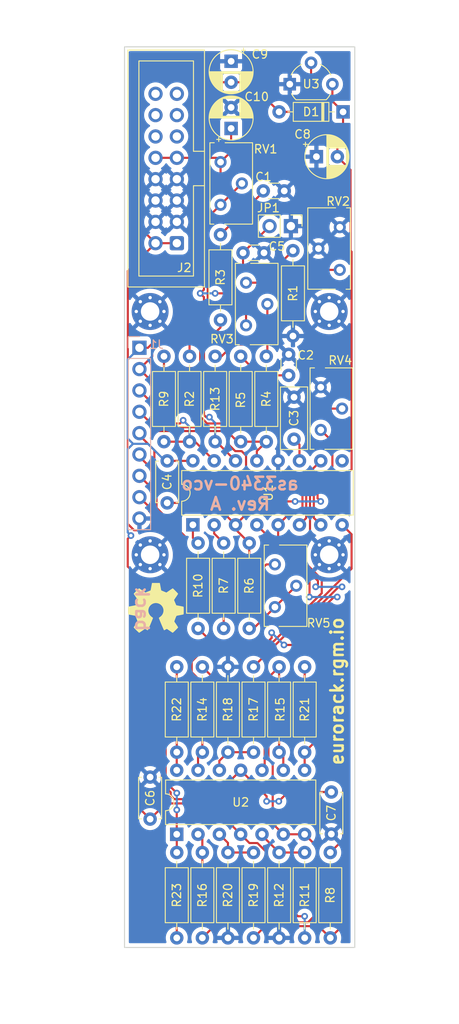
<source format=kicad_pcb>
(kicad_pcb (version 20211014) (generator pcbnew)
  (title_block (title "as3340-vco back") (date "2022-11-20") (rev "A"))
  (layers (0 "F.Cu" signal) (31 "B.Cu" signal) (34 "B.Paste" user) (35 "F.Paste" user) (36 "B.SilkS" user "B.Silkscreen") (37 "F.SilkS" user "F.Silkscreen") (38 "B.Mask" user) (39 "F.Mask" user) (44 "Edge.Cuts" user))
  (net 0 "")
  (net 1 "Net-(C3-Pad1)")
  (net 2 "GND")
  (net 3 "+12V")
  (net 4 "-5V")
  (net 5 "VS")
  (net 6 "-12V")
  (net 7 "VHSI")
  (net 8 "VLFI")
  (net 9 "VFCI")
  (net 10 "VPWM")
  (net 11 "Net-(R14-Pad1)")
  (net 12 "SCALE2")
  (net 13 "VP")
  (net 14 "Net-(R17-Pad2)")
  (net 15 "SCALE1")
  (net 16 "Net-(R19-Pad2)")
  (net 17 "VREF")
  (net 18 "VSO")
  (net 19 "VHFT")
  (net 21 "VTO")
  (net 22 "OUT_TRIANGLE")
  (net 23 "OUT_SAWTOOTH")
  (net 24 "OUT_PULSE")
  (net 25 "Net-(C1-Pad1)")
  (net 26 "Net-(C2-Pad1)")
  (net 33 "Net-(R1-Pad1)")
  (net 34 "Net-(R2-Pad1)")
  (net 35 "Net-(R4-Pad1)")
  (net 36 "Net-(R6-Pad1)")
  (net 37 "Net-(R9-Pad2)")
  (net 38 "Net-(R10-Pad2)")
  (net 39 "Net-(R11-Pad2)")
  (net 40 "Net-(R13-Pad2)")
  (net 41 "Net-(R15-Pad1)")
  (net 42 "Net-(R16-Pad1)")
  (footprint "Resistor_THT:R_Axial_DIN0207_L6.3mm_D2.5mm_P10.16mm_Horizontal" (layer "F.Cu") (at 143.6266 102.108 -90)
    (fp_text reference "R7")
    (fp_text value "5k6")
  )
  (footprint "eurorack:Potentiometer_Vishay_M64Y_Horizontal" (layer "F.Cu") (at 149.733 104.648)
    (fp_text reference "RV5")
    (fp_text value "5k")
  )
  (footprint "Resistor_THT:R_Axial_DIN0207_L6.3mm_D2.5mm_P10.16mm_Horizontal" (layer "F.Cu") (at 153.2786 149.098 90)
    (fp_text reference "R11")
    (fp_text value "47k")
  )
  (footprint "Resistor_THT:R_Axial_DIN0207_L6.3mm_D2.5mm_P10.16mm_Horizontal" (layer "F.Cu") (at 150.2306 138.938 -90)
    (fp_text reference "R12")
    (fp_text value "18k")
  )
  (footprint "Resistor_THT:R_Axial_DIN0207_L6.3mm_D2.5mm_P10.16mm_Horizontal" (layer "F.Cu") (at 141.0866 127 90)
    (fp_text reference "R14")
    (fp_text value "100k")
  )
  (footprint "eurorack:IDC-Header_2x08_P2.54mm_Vertical" (layer "F.Cu") (at 138.049 66.421 180)
    (fp_text reference "J2")
    (fp_text value "Eurorack PSU")
  )
  (footprint "eurorack:Potentiometer_Vishay_M64Y_Horizontal" (layer "F.Cu") (at 146.2936 71.12)
    (fp_text reference "RV3")
    (fp_text value "10k")
  )
  (footprint "Resistor_THT:R_Axial_DIN0207_L6.3mm_D2.5mm_P10.16mm_Horizontal" (layer "F.Cu") (at 146.6746 112.268 90)
    (fp_text reference "R6")
    (fp_text value "5k6")
  )
  (footprint "Resistor_THT:R_Axial_DIN0207_L6.3mm_D2.5mm_P10.16mm_Horizontal" (layer "F.Cu") (at 147.1826 149.098 90)
    (fp_text reference "R19")
    (fp_text value "120k")
  )
  (footprint "Connector_PinHeader_2.54mm:PinHeader_1x02_P2.54mm_Vertical" (layer "F.Cu") (at 151.6326 64.389 -90)
    (fp_text reference "JP1")
    (fp_text value "Jumper")
  )
  (footprint "Resistor_THT:R_Axial_DIN0207_L6.3mm_D2.5mm_P10.16mm_Horizontal" (layer "F.Cu") (at 145.6586 90.043 90)
    (fp_text reference "R5")
    (fp_text value "470R")
  )
  (footprint "MountingHole:MountingHole_2.2mm_M2_Pad_Via" (layer "F.Cu") (at 134.8636 74.549)
    (fp_text reference "H1" hide)
    (fp_text value "MountingHole_Pad")
  )
  (footprint "Capacitor_THT:C_Disc_D3.0mm_W1.6mm_P2.50mm" (layer "F.Cu") (at 151.3736 82.149 90)
    (fp_text reference "C2")
    (fp_text value "10n")
  )
  (footprint "Resistor_THT:R_Axial_DIN0207_L6.3mm_D2.5mm_P10.16mm_Horizontal" (layer "F.Cu") (at 143.2456 75.565 90)
    (fp_text reference "R3")
    (fp_text value "470R")
  )
  (footprint "Package_DIP:DIP-14_W7.62mm" (layer "F.Cu") (at 138.0336 136.769 90)
    (fp_text reference "U2")
    (fp_text value "TL074")
  )
  (footprint "MountingHole:MountingHole_2.2mm_M2_Pad_Via" (layer "F.Cu") (at 134.8636 103.505)
    (fp_text reference "H3" hide)
    (fp_text value "MountingHole_Pad")
  )
  (footprint "Resistor_THT:R_Axial_DIN0207_L6.3mm_D2.5mm_P10.16mm_Horizontal" (layer "F.Cu") (at 141.0866 138.938 -90)
    (fp_text reference "R16")
    (fp_text value "100k")
  )
  (footprint "Package_TO_SOT_THT:TO-92_Wide" (layer "F.Cu") (at 151.5006 47.498)
    (fp_text reference "U3")
    (fp_text value "L79L05_TO92")
  )
  (footprint "Resistor_THT:R_Axial_DIN0207_L6.3mm_D2.5mm_P10.16mm_Horizontal" (layer "F.Cu") (at 150.2306 127 90)
    (fp_text reference "R15")
    (fp_text value "100k")
  )
  (footprint "Package_DIP:DIP-16_W7.62mm" (layer "F.Cu") (at 139.9586 99.939 90)
    (fp_text reference "U1")
    (fp_text value "AS3340")
  )
  (footprint "Capacitor_THT:CP_Radial_D5.0mm_P2.50mm" (layer "F.Cu") (at 144.5156 44.768888 -90)
    (fp_text reference "C9")
    (fp_text value "10u")
  )
  (footprint "Resistor_THT:R_Axial_DIN0207_L6.3mm_D2.5mm_P10.16mm_Horizontal" (layer "F.Cu") (at 138.0386 138.938 -90)
    (fp_text reference "R23")
    (fp_text value "150k")
  )
  (footprint "Resistor_THT:R_Axial_DIN0207_L6.3mm_D2.5mm_P10.16mm_Horizontal" (layer "F.Cu") (at 140.5786 102.108 -90)
    (fp_text reference "R10")
    (fp_text value "18k")
  )
  (footprint "Resistor_THT:R_Axial_DIN0207_L6.3mm_D2.5mm_P10.16mm_Horizontal" (layer "F.Cu") (at 148.7066 79.883 -90)
    (fp_text reference "R4")
    (fp_text value "1M")
  )
  (footprint "Resistor_THT:R_Axial_DIN0207_L6.3mm_D2.5mm_P10.16mm_Horizontal" (layer "F.Cu") (at 144.1346 127 90)
    (fp_text reference "R18")
    (fp_text value "100k")
  )
  (footprint "MountingHole:MountingHole_2.2mm_M2_Pad_Via" (layer "F.Cu") (at 156.1996 74.549)
    (fp_text reference "H2" hide)
    (fp_text value "MountingHole_Pad")
  )
  (footprint "Resistor_THT:R_Axial_DIN0207_L6.3mm_D2.5mm_P10.16mm_Horizontal" (layer "F.Cu") (at 138.0386 127 90)
    (fp_text reference "R22")
    (fp_text value "150k")
  )
  (footprint "Resistor_THT:R_Axial_DIN0207_L6.3mm_D2.5mm_P10.16mm_Horizontal" (layer "F.Cu") (at 144.1346 138.938 -90)
    (fp_text reference "R20")
    (fp_text value "68k")
  )
  (footprint "Resistor_THT:R_Axial_DIN0207_L6.3mm_D2.5mm_P10.16mm_Horizontal" (layer "F.Cu") (at 153.2786 127 90)
    (fp_text reference "R21")
    (fp_text value "150k")
  )
  (footprint "Resistor_THT:R_Axial_DIN0207_L6.3mm_D2.5mm_P10.16mm_Horizontal" (layer "F.Cu") (at 139.5626 79.883 -90)
    (fp_text reference "R2")
    (fp_text value "220k")
  )
  (footprint "Resistor_THT:R_Axial_DIN0207_L6.3mm_D2.5mm_P10.16mm_Horizontal" (layer "F.Cu") (at 147.1826 116.84 -90)
    (fp_text reference "R17")
    (fp_text value "100k")
  )
  (footprint "Capacitor_THT:C_Disc_D4.7mm_W2.5mm_P5.00mm" (layer "F.Cu") (at 134.8636 134.961 90)
    (fp_text reference "C6")
    (fp_text value "100n")
  )
  (footprint "Capacitor_THT:C_Disc_D3.0mm_W1.6mm_P2.50mm" (layer "F.Cu") (at 145.9326 67.564)
    (fp_text reference "C5")
    (fp_text value "560p")
  )
  (footprint "Capacitor_THT:CP_Radial_D5.0mm_P2.50mm" (layer "F.Cu") (at 154.6756 56.126)
    (fp_text reference "C8")
    (fp_text value "10u")
  )
  (footprint "Resistor_THT:R_Axial_DIN0207_L6.3mm_D2.5mm_P10.16mm_Horizontal" (layer "F.Cu") (at 156.3266 149.098 90)
    (fp_text reference "R8")
    (fp_text value "10M")
  )
  (footprint "eurorack:Potentiometer_Vishay_M64Y_Horizontal" (layer "F.Cu") (at 143.256 56.769)
    (fp_text reference "RV1")
    (fp_text value "100k")
  )
  (footprint "eurorack:Potentiometer_Vishay_M64Y_Horizontal" (layer "F.Cu") (at 155.194 83.566)
    (fp_text reference "RV4")
    (fp_text value "10k")
  )
  (footprint "Capacitor_THT:C_Disc_D3.0mm_W1.6mm_P2.50mm" (layer "F.Cu") (at 148.3456 60.198)
    (fp_text reference "C1")
    (fp_text value "10n")
  )
  (footprint "Resistor_THT:R_Axial_DIN0207_L6.3mm_D2.5mm_P10.16mm_Horizontal" (layer "F.Cu") (at 151.8816 67.31 -90)
    (fp_text reference "R1")
    (fp_text value "22k")
  )
  (footprint "Capacitor_THT:C_Rect_L7.2mm_W3.0mm_P5.00mm_FKS2_FKP2_MKS2_MKP2" (layer "F.Cu") (at 152.0086 89.749 90)
    (fp_text reference "C3")
    (fp_text value "1n")
  )
  (footprint "MountingHole:MountingHole_2.2mm_M2_Pad_Via" (layer "F.Cu") (at 156.1996 103.505)
    (fp_text reference "H4" hide)
    (fp_text value "MountingHole_Pad")
  )
  (footprint "Symbol:OSHW-Symbol_6.7x6mm_SilkScreen" (layer "F.Cu") (at 135.5456 109.834208)
    (fp_text reference "REF**" hide)
    (fp_text value "OSHW-Symbol_6.7x6mm_SilkScreen" hide)
  )
  (footprint "Capacitor_THT:C_Disc_D4.7mm_W2.5mm_P5.00mm" (layer "F.Cu") (at 136.8956 92.329 -90)
    (fp_text reference "C4")
    (fp_text value "100n")
  )
  (footprint "Capacitor_THT:CP_Radial_D5.0mm_P2.50mm" (layer "F.Cu") (at 144.5156 52.767113 90)
    (fp_text reference "C10")
    (fp_text value "10u")
  )
  (footprint "Resistor_THT:R_Axial_DIN0207_L6.3mm_D2.5mm_P10.16mm_Horizontal" (layer "F.Cu") (at 142.6106 90.043 90)
    (fp_text reference "R13")
    (fp_text value "1k62")
  )
  (footprint "Resistor_THT:R_Axial_DIN0207_L6.3mm_D2.5mm_P10.16mm_Horizontal" (layer "F.Cu") (at 136.5146 90.043 90)
    (fp_text reference "R9")
    (fp_text value "470k")
  )
  (footprint "Diode_THT:D_DO-35_SOD27_P7.62mm_Horizontal" (layer "F.Cu") (at 157.8506 50.792 180)
    (fp_text reference "D1")
    (fp_text value "1N4148")
  )
  (footprint "eurorack:Eurorack_PCB_6HP" (layer "F.Cu") (at 145.5316 96.647)
    (fp_text reference "REF**" hide)
    (fp_text value "Eurorack_PCB_6HP" hide)
    (fp_rect (start 13.716 53.594) (end -13.716 -53.594) (layer "Edge.Cuts") (width 0.12) (fill none))
  )
  (footprint "Capacitor_THT:C_Disc_D4.7mm_W2.5mm_P5.00mm" (layer "F.Cu") (at 156.4536 136.739 90)
    (fp_text reference "C7")
    (fp_text value "100n")
  )
  (footprint "eurorack:Potentiometer_Vishay_M64Y_Horizontal" (layer "F.Cu") (at 157.4592 69.596 180)
    (fp_text reference "RV2")
    (fp_text value "500R")
  )
  (footprint "Connector_PinSocket_2.54mm:PinSocket_1x09_P2.54mm_Vertical" (layer "B.Cu") (at 133.5936 78.867 180)
    (fp_text reference "J1")
    (fp_text value "Pin Socket 1x9")
  )
  (gr_text "as3340-vco\nRev. A" (at 145.5786 96.245208) (layer "B.SilkS") (effects (font (size 1.5 1.5) (thickness 0.3)) (justify mirror)))
  (gr_text "back" (at 133.8946 109.961208 -90) (layer "B.SilkS") (effects (font (size 1.5 1.5) (thickness 0.3)) (justify mirror)))
  (gr_text "eurorack.rgm.io" (at 157.1356 119.740208 90) (layer "F.SilkS") (effects (font (size 1.5 1.5) (thickness 0.3))))
  (segment (start 152.6586 92.319) (end 152.6586 90.399) (width 0.25) (layer "F.Cu") (net 1))
  (segment (start 152.6586 90.399) (end 152.0086 89.749) (width 0.25) (layer "F.Cu") (net 1))
  (segment (start 141.2716 72.829) (end 140.8326 72.39) (width 0.25) (layer "F.Cu") (net 3))
  (segment (start 144.5156 52.767113) (end 144.5156 55.5094) (width 0.25) (layer "F.Cu") (net 3))
  (segment (start 139.624704 76.389104) (end 141.2716 74.742208) (width 0.25) (layer "F.Cu") (net 3))
  (segment (start 146.6976 137.813) (end 145.6536 136.769) (width 0.25) (layer "F.Cu") (net 3))
  (segment (start 133.2126 133.31) (end 134.8636 134.961) (width 0.25) (layer "F.Cu") (net 3))
  (segment (start 141.2716 74.295) (end 141.2716 72.829) (width 0.25) (layer "F.Cu") (net 3))
  (segment (start 138.049 56.261) (end 142.748 56.261) (width 0.25) (layer "F.Cu") (net 3))
  (segment (start 140.8326 72.39) (end 141.2716 71.951) (width 0.25) (layer "F.Cu") (net 3))
  (segment (start 146.2936 74.551792) (end 145.847704 74.105896) (width 0.25) (layer "F.Cu") (net 3))
  (segment (start 133.5936 78.867) (end 134.608902 78.867) (width 0.25) (layer "F.Cu") (net 3))
  (segment (start 136.005902 77.47) (end 137.787392 77.47) (width 0.25) (layer "F.Cu") (net 3))
  (segment (start 132.1966 104.902) (end 133.2126 105.918) (width 0.25) (layer "F.Cu") (net 3))
  (segment (start 148.7066 142.748) (end 148.7066 138.871009) (width 0.25) (layer "F.Cu") (net 3))
  (segment (start 133.2126 105.918) (end 133.2126 133.31) (width 0.25) (layer "F.Cu") (net 3))
  (segment (start 146.2936 76.2) (end 146.2936 74.551792) (width 0.25) (layer "F.Cu") (net 3))
  (segment (start 152.4851 146.5265) (end 148.7066 142.748) (width 0.25) (layer "F.Cu") (net 3))
  (segment (start 141.2716 60.9124) (end 143.256 58.928) (width 0.25) (layer "F.Cu") (net 3))
  (segment (start 134.8636 134.961) (end 136.7286 133.096) (width 0.25) (layer "F.Cu") (net 3))
  (segment (start 141.9806 133.096) (end 145.6536 136.769) (width 0.25) (layer "F.Cu") (net 3))
  (segment (start 132.1966 101.6) (end 132.1966 104.902) (width 0.25) (layer "F.Cu") (net 3))
  (segment (start 136.7286 133.096) (end 141.9806 133.096) (width 0.25) (layer "F.Cu") (net 3))
  (segment (start 134.608902 78.867) (end 136.005902 77.47) (width 0.25) (layer "F.Cu") (net 3))
  (segment (start 148.7066 138.871009) (end 147.648591 137.813) (width 0.25) (layer "F.Cu") (net 3))
  (segment (start 141.2716 74.742208) (end 141.2716 74.295) (width 0.25) (layer "F.Cu") (net 3))
  (segment (start 138.543808 77.47) (end 139.624704 76.389104) (width 0.25) (layer "F.Cu") (net 3))
  (segment (start 145.847704 74.105896) (end 144.131808 72.39) (width 0.25) (layer "F.Cu") (net 3))
  (segment (start 143.256 58.928) (end 143.256 56.769) (width 0.25) (layer "F.Cu") (net 3))
  (segment (start 136.8956 92.329) (end 139.9486 92.329) (width 0.25) (layer "F.Cu") (net 3))
  (segment (start 144.5156 55.5094) (end 143.256 56.769) (width 0.25) (layer "F.Cu") (net 3))
  (segment (start 142.748 56.261) (end 143.256 56.769) (width 0.25) (layer "F.Cu") (net 3))
  (segment (start 141.2716 71.951) (end 141.2716 60.9124) (width 0.25) (layer "F.Cu") (net 3))
  (segment (start 132.5776 101.219) (end 132.1966 101.6) (width 0.25) (layer "F.Cu") (net 3))
  (segment (start 137.787392 77.47) (end 138.543808 77.47) (width 0.25) (layer "F.Cu") (net 3))
  (segment (start 139.9486 92.329) (end 139.9586 92.319) (width 0.25) (layer "F.Cu") (net 3))
  (segment (start 153.274301 146.5265) (end 152.4851 146.5265) (width 0.25) (layer "F.Cu") (net 3))
  (segment (start 144.131808 72.39) (end 142.6106 72.39) (width 0.25) (layer "F.Cu") (net 3))
  (segment (start 135.509 56.261) (end 138.049 56.261) (width 0.25) (layer "F.Cu") (net 3))
  (segment (start 147.648591 137.813) (end 146.6976 137.813) (width 0.25) (layer "F.Cu") (net 3))
  (via (at 140.8326 72.39) (size 0.8) (drill 0.4) (layers "F.Cu" "B.Cu") (net 3))
  (via (at 142.6106 72.39) (size 0.8) (drill 0.4) (layers "F.Cu" "B.Cu") (net 3))
  (via (at 132.5776 101.219) (size 0.8) (drill 0.4) (layers "F.Cu" "B.Cu") (net 3))
  (via (at 153.274301 146.5265) (size 0.8) (drill 0.4) (layers "F.Cu" "B.Cu") (net 3))
  (segment (start 132.8316 90.297) (end 134.6096 90.297) (width 0.25) (layer "B.Cu") (net 3))
  (segment (start 132.1966 80.264) (end 132.1966 89.662) (width 0.25) (layer "B.Cu") (net 3))
  (segment (start 132.1966 100.838) (end 132.5776 101.219) (width 0.25) (layer "B.Cu") (net 3))
  (segment (start 153.2786 146.530799) (end 153.2786 149.098) (width 0.25) (layer "B.Cu") (net 3))
  (segment (start 140.8326 72.39) (end 142.6106 72.39) (width 0.25) (layer "B.Cu") (net 3))
  (segment (start 132.1966 89.662) (end 132.8316 90.297) (width 0.25) (layer "B.Cu") (net 3))
  (segment (start 132.8316 90.297) (end 132.1966 90.932) (width 0.25) (layer "B.Cu") (net 3))
  (segment (start 132.1966 90.932) (end 132.1966 100.457) (width 0.25) (layer "B.Cu") (net 3))
  (segment (start 153.274301 146.5265) (end 153.2786 146.530799) (width 0.25) (layer "B.Cu") (net 3))
  (segment (start 136.6416 92.329) (end 136.8956 92.329) (width 0.25) (layer "B.Cu") (net 3))
  (segment (start 134.6096 90.297) (end 136.6416 92.329) (width 0.25) (layer "B.Cu") (net 3))
  (segment (start 133.5936 78.867) (end 132.1966 80.264) (width 0.25) (layer "B.Cu") (net 3))
  (segment (start 132.1966 100.457) (end 132.1966 100.838) (width 0.25) (layer "B.Cu") (net 3))
  (segment (start 146.6746 106.054004) (end 146.6746 102.108) (width 0.25) (layer "F.Cu") (net 4))
  (segment (start 157.1756 54.269) (end 157.1756 56.126) (width 0.25) (layer "F.Cu") (net 4))
  (segment (start 158.8666 93.345) (end 158.2316 93.98) (width 0.25) (layer "F.Cu") (net 4))
  (segment (start 158.7396 67.31) (end 158.8666 67.437) (width 0.25) (layer "F.Cu") (net 4))
  (segment (start 158.7396 57.69) (end 158.7396 67.31) (width 0.25) (layer "F.Cu") (net 4))
  (segment (start 158.1046 93.98) (end 156.200996 93.98) (width 0.25) (layer "F.Cu") (net 4))
  (segment (start 154.8136 95.367396) (end 154.8136 95.758) (width 0.25) (layer "F.Cu") (net 4))
  (segment (start 157.8506 53.594) (end 157.1756 54.269) (width 0.25) (layer "F.Cu") (net 4))
  (segment (start 147.8226 97.155) (end 145.0386 99.939) (width 0.25) (layer "F.Cu") (net 4))
  (segment (start 143.6266 112.268) (end 143.6266 109.102004) (width 0.25) (layer "F.Cu") (net 4))
  (segment (start 154.8136 96.785) (end 155.1836 97.155) (width 0.25) (layer "F.Cu") (net 4))
  (segment (start 156.200996 93.98) (end 155.501798 94.679198) (width 0.25) (layer "F.Cu") (net 4))
  (segment (start 156.5806 47.498) (end 156.5806 49.522) (width 0.25) (layer "F.Cu") (net 4))
  (segment (start 156.5806 49.522) (end 157.8506 50.792) (width 0.25) (layer "F.Cu") (net 4))
  (segment (start 158.8666 67.437) (end 158.8666 93.345) (width 0.25) (layer "F.Cu") (net 4))
  (segment (start 146.6746 102.108) (end 145.0386 100.472) (width 0.25) (layer "F.Cu") (net 4))
  (segment (start 157.1756 56.126) (end 158.7396 57.69) (width 0.25) (layer "F.Cu") (net 4))
  (segment (start 142.4286 97.329) (end 145.0386 99.939) (width 0.25) (layer "F.Cu") (net 4))
  (segment (start 136.8956 97.329) (end 142.4286 97.329) (width 0.25) (layer "F.Cu") (net 4))
  (segment (start 143.6266 109.102004) (end 146.6746 106.054004) (width 0.25) (layer "F.Cu") (net 4))
  (segment (start 154.8136 95.758) (end 154.8136 96.785) (width 0.25) (layer "F.Cu") (net 4))
  (segment (start 152.1356 97.155) (end 147.8226 97.155) (width 0.25) (layer "F.Cu") (net 4))
  (segment (start 157.8506 50.792) (end 157.8506 53.594) (width 0.25) (layer "F.Cu") (net 4))
  (segment (start 158.2316 93.98) (end 158.1046 93.98) (width 0.25) (layer "F.Cu") (net 4))
  (segment (start 145.0386 100.472) (end 145.0386 99.939) (width 0.25) (layer "F.Cu") (net 4))
  (segment (start 155.501798 94.679198) (end 154.8136 95.367396) (width 0.25) (layer "F.Cu") (net 4))
  (via (at 155.1836 97.155) (size 0.8) (drill 0.4) (layers "F.Cu" "B.Cu") (net 4))
  (via (at 152.1356 97.155) (size 0.8) (drill 0.4) (layers "F.Cu" "B.Cu") (net 4))
  (segment (start 152.1356 97.155) (end 155.1836 97.155) (width 0.25) (layer "B.Cu") (net 4))
  (segment (start 144.7696 72.391396) (end 144.7696 70.104) (width 0.25) (layer "F.Cu") (net 5))
  (segment (start 145.9326 68.941) (end 145.9326 67.564) (width 0.25) (layer "F.Cu") (net 5))
  (segment (start 141.537744 87.122956) (end 141.2826 86.867812) (width 0.25) (layer "F.Cu") (net 5))
  (segment (start 142.2986 78.036) (end 147.123204 78.036) (width 0.25) (layer "F.Cu") (net 5))
  (segment (start 147.123204 78.036) (end 147.9336 77.225604) (width 0.25) (layer "F.Cu") (net 5))
  (segment (start 141.925946 87.122956) (end 141.537744 87.122956) (width 0.25) (layer "F.Cu") (net 5))
  (segment (start 147.9336 77.225604) (end 147.9336 75.555396) (width 0.25) (layer "F.Cu") (net 5))
  (segment (start 141.2826 79.052) (end 142.2986 78.036) (width 0.25) (layer "F.Cu") (net 5))
  (segment (start 142.7626 90.043) (end 142.6106 90.043) (width 0.25) (layer "F.Cu") (net 5))
  (segment (start 141.2826 86.867812) (end 141.2826 79.052) (width 0.25) (layer "F.Cu") (net 5))
  (segment (start 144.7696 70.104) (end 145.9326 68.941) (width 0.25) (layer "F.Cu") (net 5))
  (segment (start 145.0386 92.319) (end 142.7626 90.043) (width 0.25) (layer "F.Cu") (net 5))
  (segment (start 147.9336 75.555396) (end 144.7696 72.391396) (width 0.25) (layer "F.Cu") (net 5))
  (segment (start 145.9326 67.564) (end 149.0926 64.404) (width 0.25) (layer "F.Cu") (net 5))
  (via (at 141.925946 87.122956) (size 0.8) (drill 0.4) (layers "F.Cu" "B.Cu") (net 5))
  (segment (start 142.6106 87.80761) (end 142.6106 90.043) (width 0.25) (layer "B.Cu") (net 5))
  (segment (start 141.925946 87.122956) (end 142.6106 87.80761) (width 0.25) (layer "B.Cu") (net 5))
  (segment (start 148.7441 132.842) (end 148.7441 132.2395) (width 0.25) (layer "F.Cu") (net 6))
  (segment (start 144.5156 47.268888) (end 141.248888 47.268888) (width 0.25) (layer "F.Cu") (net 6))
  (segment (start 148.7441 132.2395) (end 145.6536 129.149) (width 0.25) (layer "F.Cu") (net 6))
  (segment (start 132.842 47.498) (end 132.842 63.754) (width 0.25) (layer "F.Cu") (net 6))
  (segment (start 133.985 46.355) (end 132.842 47.498) (width 0.25) (layer "F.Cu") (net 6))
  (segment (start 135.509 66.421) (end 132.207 69.723) (width 0.25) (layer "F.Cu") (net 6))
  (segment (start 140.335 46.355) (end 133.985 46.355) (width 0.25) (layer "F.Cu") (net 6))
  (segment (start 136.2606 130.721896) (end 137.3136 131.774896) (width 0.25) (layer "F.Cu") (net 6))
  (segment (start 141.248888 47.268888) (end 140.335 46.355) (width 0.25) (layer "F.Cu") (net 6))
  (segment (start 137.7046 101.905188) (end 137.7046 113.361208) (width 0.25) (layer "F.Cu") (net 6))
  (segment (start 151.2961 131.739) (end 156.4536 131.739) (width 0.25) (layer "F.Cu") (net 6))
  (segment (start 137.3136 131.774896) (end 137.3136 132.163805) (width 0.25) (layer "F.Cu") (net 6))
  (segment (start 151.6356 50.792) (end 150.2306 50.792) (width 0.25) (layer "F.Cu") (net 6))
  (segment (start 135.6146 120.008188) (end 137.079204 121.472792) (width 0.25) (layer "F.Cu") (net 6))
  (segment (start 132.1966 99.822) (end 132.9586 100.584) (width 0.25) (layer "F.Cu") (net 6))
  (segment (start 132.207 69.723) (end 132.207 99.8116) (width 0.25) (layer "F.Cu") (net 6))
  (segment (start 135.6146 115.451208) (end 135.6146 120.008188) (width 0.25) (layer "F.Cu") (net 6))
  (segment (start 132.207 99.8116) (end 132.1966 99.822) (width 0.25) (layer "F.Cu") (net 6))
  (segment (start 132.9586 100.584) (end 136.383412 100.584) (width 0.25) (layer "F.Cu") (net 6))
  (segment (start 144.5156 47.268888) (end 146.707488 47.268888) (width 0.25) (layer "F.Cu") (net 6))
  (segment (start 137.7046 113.361208) (end 135.6146 115.451208) (width 0.25) (layer "F.Cu") (net 6))
  (segment (start 146.707488 47.268888) (end 150.2306 50.792) (width 0.25) (layer "F.Cu") (net 6))
  (segment (start 137.079204 125.291) (end 136.2606 126.109604) (width 0.25) (layer "F.Cu") (net 6))
  (segment (start 136.2606 126.109604) (end 136.2606 130.721896) (width 0.25) (layer "F.Cu") (net 6))
  (segment (start 142.2146 132.588) (end 145.6536 129.149) (width 0.25) (layer "F.Cu") (net 6))
  (segment (start 137.737795 132.588) (end 142.2146 132.588) (width 0.25) (layer "F.Cu") (net 6))
  (segment (start 137.079204 121.472792) (end 137.079204 125.291) (width 0.25) (layer "F.Cu") (net 6))
  (segment (start 132.842 63.754) (end 135.509 66.421) (width 0.25) (layer "F.Cu") (net 6))
  (segment (start 154.0406 48.387) (end 151.6356 50.792) (width 0.25) (layer "F.Cu") (net 6))
  (segment (start 154.0406 44.958) (end 154.0406 48.387) (width 0.25) (layer "F.Cu") (net 6))
  (segment (start 135.509 66.421) (end 138.049 66.421) (width 0.25) (layer "F.Cu") (net 6))
  (segment (start 136.383412 100.584) (end 137.7046 101.905188) (width 0.25) (layer "F.Cu") (net 6))
  (segment (start 137.3136 132.163805) (end 137.737795 132.588) (width 0.25) (layer "F.Cu") (net 6))
  (segment (start 150.1931 132.842) (end 151.2961 131.739) (width 0.25) (layer "F.Cu") (net 6))
  (via (at 148.7441 132.842) (size 0.8) (drill 0.4) (layers "F.Cu" "B.Cu") (net 6))
  (via (at 150.1931 132.842) (size 0.8) (drill 0.4) (layers "F.Cu" "B.Cu") (net 6))
  (segment (start 150.1931 132.842) (end 148.7441 132.842) (width 0.25) (layer "B.Cu") (net 6))
  (segment (start 153.4636 95.952604) (end 151.744996 94.234) (width 0.25) (layer "F.Cu") (net 7))
  (segment (start 151.744996 94.234) (end 147.4366 94.234) (width 0.25) (layer "F.Cu") (net 7))
  (segment (start 144.1346 90.297) (end 144.1346 89.535) (width 0.25) (layer "F.Cu") (net 7))
  (segment (start 143.377402 88.777802) (end 135.884402 88.777802) (width 0.25) (layer "F.Cu") (net 7))
  (segment (start 146.2936 93.091) (end 146.2936 91.694) (width 0.25) (layer "F.Cu") (net 7))
  (segment (start 147.4366 94.234) (end 146.2936 93.091) (width 0.25) (layer "F.Cu") (net 7))
  (segment (start 146.2936 91.694) (end 145.7676 91.168) (width 0.25) (layer "F.Cu") (net 7))
  (segment (start 153.4636 99.134) (end 153.4636 95.952604) (width 0.25) (layer "F.Cu") (net 7))
  (segment (start 144.1346 89.535) (end 143.377402 88.777802) (width 0.25) (layer "F.Cu") (net 7))
  (segment (start 145.0056 91.168) (end 144.1346 90.297) (width 0.25) (layer "F.Cu") (net 7))
  (segment (start 135.884402 88.777802) (end 133.5936 86.487) (width 0.25) (layer "F.Cu") (net 7))
  (segment (start 152.6586 99.939) (end 153.4636 99.134) (width 0.25) (layer "F.Cu") (net 7))
  (segment (start 145.7676 91.168) (end 145.0056 91.168) (width 0.25) (layer "F.Cu") (net 7))
  (segment (start 136.070798 88.327802) (end 135.2446 87.501604) (width 0.25) (layer "F.Cu") (net 8))
  (segment (start 147.5786 92.319) (end 147.5786 91.171) (width 0.25) (layer "F.Cu") (net 8))
  (segment (start 145.6586 90.043) (end 148.7066 90.043) (width 0.25) (layer "F.Cu") (net 8))
  (segment (start 147.5786 91.171) (end 148.7066 90.043) (width 0.25) (layer "F.Cu") (net 8))
  (segment (start 135.2446 87.501604) (end 135.2446 85.598) (width 0.25) (layer "F.Cu") (net 8))
  (segment (start 145.2776 90.043) (end 144.5846 89.35) (width 0.25) (layer "F.Cu") (net 8))
  (segment (start 144.5846 89.348604) (end 143.563798 88.327802) (width 0.25) (layer "F.Cu") (net 8))
  (segment (start 135.2446 85.598) (end 133.5936 83.947) (width 0.25) (layer "F.Cu") (net 8))
  (segment (start 143.563798 88.327802) (end 136.070798 88.327802) (width 0.25) (layer "F.Cu") (net 8))
  (segment (start 144.5846 89.35) (end 144.5846 89.348604) (width 0.25) (layer "F.Cu") (net 8))
  (segment (start 145.6586 90.043) (end 145.2776 90.043) (width 0.25) (layer "F.Cu") (net 8))
  (segment (start 139.5626 90.043) (end 136.5146 90.043) (width 0.25) (layer "F.Cu") (net 9))
  (segment (start 140.1976 81.28) (end 138.8006 81.28) (width 0.25) (layer "F.Cu") (net 9))
  (segment (start 143.1186 76.581) (end 143.117204 76.581) (width 0.25) (layer "F.Cu") (net 9))
  (segment (start 143.117204 76.581) (end 140.8326 78.865604) (width 0.25) (layer "F.Cu") (net 9))
  (segment (start 138.8006 87.503) (end 138.425798 87.877802) (width 0.25) (layer "F.Cu") (net 9))
  (segment (start 138.0386 80.518) (end 138.0386 78.994) (width 0.25) (layer "F.Cu") (net 9))
  (segment (start 138.0386 78.994) (end 137.2766 78.232) (width 0.25) (layer "F.Cu") (net 9))
  (segment (start 143.2456 76.454) (end 143.1186 76.581) (width 0.25) (layer "F.Cu") (net 9))
  (segment (start 140.8326 78.865604) (end 140.8326 80.645) (width 0.25) (layer "F.Cu") (net 9))
  (segment (start 135.1176 78.994698) (end 135.1176 79.883) (width 0.25) (layer "F.Cu") (net 9))
  (segment (start 143.2456 75.565) (end 143.2456 76.454) (width 0.25) (layer "F.Cu") (net 9))
  (segment (start 142.4986 92.319) (end 140.2226 90.043) (width 0.25) (layer "F.Cu") (net 9))
  (segment (start 136.257194 87.877802) (end 135.6946 87.315208) (width 0.25) (layer "F.Cu") (net 9))
  (segment (start 140.2226 90.043) (end 139.5626 90.043) (width 0.25) (layer "F.Cu") (net 9))
  (segment (start 135.6946 83.508) (end 133.5936 81.407) (width 0.25) (layer "F.Cu") (net 9))
  (segment (start 137.2766 78.232) (end 135.880298 78.232) (width 0.25) (layer "F.Cu") (net 9))
  (segment (start 138.425798 87.877802) (end 136.257194 87.877802) (width 0.25) (layer "F.Cu") (net 9))
  (segment (start 135.6946 87.315208) (end 135.6946 83.508) (width 0.25) (layer "F.Cu") (net 9))
  (segment (start 140.8326 80.645) (end 140.1976 81.28) (width 0.25) (layer "F.Cu") (net 9))
  (segment (start 135.1176 79.883) (end 133.5936 81.407) (width 0.25) (layer "F.Cu") (net 9))
  (segment (start 138.8006 81.28) (end 138.0386 80.518) (width 0.25) (layer "F.Cu") (net 9))
  (segment (start 135.880298 78.232) (end 135.1176 78.994698) (width 0.25) (layer "F.Cu") (net 9))
  (via (at 138.8006 87.503) (size 0.8) (drill 0.4) (layers "F.Cu" "B.Cu") (net 9))
  (segment (start 139.5626 88.265) (end 138.8006 87.503) (width 0.25) (layer "B.Cu") (net 9))
  (segment (start 139.5626 90.043) (end 139.5626 88.265) (width 0.25) (layer "B.Cu") (net 9))
  (segment (start 135.3716 92.964) (end 135.3716 91.059) (width 0.25) (layer "F.Cu") (net 10))
  (segment (start 157.727899 107.319299) (end 157.339697 107.319299) (width 0.25) (layer "F.Cu") (net 10))
  (segment (start 150.1186 101.870396) (end 150.1186 99.939) (width 0.25) (layer "F.Cu") (net 10))
  (segment (start 157.339697 107.319299) (end 155.3796 109.279396) (width 0.25) (layer "F.Cu") (net 10))
  (segment (start 157.8506 137.414) (end 156.3266 138.938) (width 0.25) (layer "F.Cu") (net 10))
  (segment (start 153.0136 96.139) (end 151.5586 94.684) (width 0.25) (layer "F.Cu") (net 10))
  (segment (start 154.5861 107.315002) (end 154.8606 107.040502) (width 0.25) (layer "F.Cu") (net 10))
  (segment (start 155.3796 128.339) (end 157.8506 130.81) (width 0.25) (layer "F.Cu") (net 10))
  (segment (start 137.0916 94.684) (end 135.3716 92.964) (width 0.25) (layer "F.Cu") (net 10))
  (segment (start 135.3716 91.059) (end 133.5936 89.281) (width 0.25) (layer "F.Cu") (net 10))
  (segment (start 150.1186 99.939) (end 151.6326 98.425) (width 0.25) (layer "F.Cu") (net 10))
  (segment (start 154.8606 106.612396) (end 150.1186 101.870396) (width 0.25) (layer "F.Cu") (net 10))
  (segment (start 133.5936 89.281) (end 133.5936 89.027) (width 0.25) (layer "F.Cu") (net 10))
  (segment (start 155.3796 109.279396) (end 155.3796 128.339) (width 0.25) (layer "F.Cu") (net 10))
  (segment (start 154.8606 107.040502) (end 154.8606 106.612396) (width 0.25) (layer "F.Cu") (net 10))
  (segment (start 153.0136 98.055) (end 153.0136 96.139) (width 0.25) (layer "F.Cu") (net 10))
  (segment (start 157.8506 130.81) (end 157.8506 137.414) (width 0.25) (layer "F.Cu") (net 10))
  (segment (start 152.6436 98.425) (end 153.0136 98.055) (width 0.25) (layer "F.Cu") (net 10))
  (segment (start 151.6326 98.425) (end 152.6436 98.425) (width 0.25) (layer "F.Cu") (net 10))
  (segment (start 151.5586 94.684) (end 137.0916 94.684) (width 0.25) (layer "F.Cu") (net 10))
  (via (at 157.727899 107.319299) (size 0.8) (drill 0.4) (layers "F.Cu" "B.Cu") (net 10))
  (via (at 154.5861 107.315002) (size 0.8) (drill 0.4) (layers "F.Cu" "B.Cu") (net 10))
  (segment (start 154.5861 107.315002) (end 154.590397 107.319299) (width 0.25) (layer "B.Cu") (net 10))
  (segment (start 154.590397 107.319299) (end 157.727899 107.319299) (width 0.25) (layer "B.Cu") (net 10))
  (segment (start 140.5736 127.513) (end 141.0866 127) (width 0.25) (layer "F.Cu") (net 11))
  (segment (start 138.0386 120.523) (end 138.0386 116.84) (width 0.25) (layer "F.Cu") (net 11))
  (segment (start 140.5736 129.149) (end 140.5736 127.513) (width 0.25) (layer "F.Cu") (net 11))
  (segment (start 141.0866 127) (end 141.0866 123.571) (width 0.25) (layer "F.Cu") (net 11))
  (segment (start 141.0866 123.571) (end 138.0386 120.523) (width 0.25) (layer "F.Cu") (net 11))
  (segment (start 142.4986 100.98) (end 143.6266 102.108) (width 0.25) (layer "F.Cu") (net 12))
  (segment (start 142.4986 99.939) (end 142.4986 100.98) (width 0.25) (layer "F.Cu") (net 12))
  (segment (start 147.1826 149.098) (end 148.5796 147.701) (width 0.25) (layer "F.Cu") (net 13))
  (segment (start 155.8296 128.152604) (end 158.3006 130.623604) (width 0.25) (layer "F.Cu") (net 13))
  (segment (start 158.3006 147.124) (end 156.3266 149.098) (width 0.25) (layer "F.Cu") (net 13))
  (segment (start 158.3006 130.623604) (end 158.3006 147.124) (width 0.25) (layer "F.Cu") (net 13))
  (segment (start 156.768895 108.526497) (end 155.8296 109.465792) (width 0.25) (layer "F.Cu") (net 13))
  (segment (start 153.855598 106.24379) (end 147.5786 99.966792) (width 0.25) (layer "F.Cu") (net 13))
  (segment (start 148.5796 147.701) (end 154.9296 147.701) (width 0.25) (layer "F.Cu") (net 13))
  (segment (start 155.8296 109.465792) (end 155.8296 128.152604) (width 0.25) (layer "F.Cu") (net 13))
  (segment (start 157.157097 108.526497) (end 156.768895 108.526497) (width 0.25) (layer "F.Cu") (net 13))
  (segment (start 153.855598 108.506007) (end 153.855598 106.24379) (width 0.25) (layer "F.Cu") (net 13))
  (segment (start 154.9296 147.701) (end 156.3266 149.098) (width 0.25) (layer "F.Cu") (net 13))
  (segment (start 147.5786 99.966792) (end 147.5786 99.939) (width 0.25) (layer "F.Cu") (net 13))
  (segment (start 153.835382 108.526223) (end 153.855598 108.506007) (width 0.25) (layer "F.Cu") (net 13))
  (via (at 153.835382 108.526223) (size 0.8) (drill 0.4) (layers "F.Cu" "B.Cu") (net 13))
  (via (at 157.157097 108.526497) (size 0.8) (drill 0.4) (layers "F.Cu" "B.Cu") (net 13))
  (segment (start 153.835382 108.526223) (end 157.156823 108.526223) (width 0.25) (layer "B.Cu") (net 13))
  (segment (start 157.156823 108.526223) (end 157.157097 108.526497) (width 0.25) (layer "B.Cu") (net 13))
  (segment (start 147.1826 127) (end 144.1346 127) (width 0.25) (layer "F.Cu") (net 14))
  (segment (start 143.1136 128.021) (end 143.1136 129.149) (width 0.25) (layer "F.Cu") (net 14))
  (segment (start 144.1346 127) (end 143.1136 128.021) (width 0.25) (layer "F.Cu") (net 14))
  (segment (start 139.9586 99.939) (end 139.9586 101.488) (width 0.25) (layer "F.Cu") (net 15))
  (segment (start 139.9586 101.488) (end 140.5786 102.108) (width 0.25) (layer "F.Cu") (net 15))
  (segment (start 144.1346 137.79) (end 143.1136 136.769) (width 0.25) (layer "F.Cu") (net 16))
  (segment (start 144.1346 138.938) (end 144.1346 137.79) (width 0.25) (layer "F.Cu") (net 16))
  (segment (start 147.1826 138.938) (end 144.1346 138.938) (width 0.25) (layer "F.Cu") (net 16))
  (segment (start 153.6651 147.251) (end 142.9336 147.251) (width 0.25) (layer "F.Cu") (net 17))
  (segment (start 148.3256 118.745) (end 150.2306 116.84) (width 0.25) (layer "F.Cu") (net 17))
  (segment (start 142.9336 147.251) (end 141.0866 149.098) (width 0.25) (layer "F.Cu") (net 17))
  (segment (start 150.2306 122.934604) (end 148.9606 124.204604) (width 0.25) (layer "F.Cu") (net 17))
  (segment (start 154.8026 146.1135) (end 153.6651 147.251) (width 0.25) (layer "F.Cu") (net 17))
  (segment (start 150.7336 136.769) (end 153.2736 136.769) (width 0.25) (layer "F.Cu") (net 17))
  (segment (start 142.9916 118.745) (end 148.3256 118.745) (width 0.25) (layer "F.Cu") (net 17))
  (segment (start 153.2736 136.769) (end 154.8026 138.298) (width 0.25) (layer "F.Cu") (net 17))
  (segment (start 149.4686 135.504) (end 150.7336 136.769) (width 0.25) (layer "F.Cu") (net 17))
  (segment (start 148.9606 127.889) (end 149.4686 128.397) (width 0.25) (layer "F.Cu") (net 17))
  (segment (start 141.0866 116.84) (end 142.9916 118.745) (width 0.25) (layer "F.Cu") (net 17))
  (segment (start 148.9606 124.204604) (end 148.9606 127.889) (width 0.25) (layer "F.Cu") (net 17))
  (segment (start 149.4686 128.397) (end 149.4686 135.504) (width 0.25) (layer "F.Cu") (net 17))
  (segment (start 150.2306 116.84) (end 150.2306 122.934604) (width 0.25) (layer "F.Cu") (net 17))
  (segment (start 154.8026 138.298) (end 154.8026 146.1135) (width 0.25) (layer "F.Cu") (net 17))
  (segment (start 158.8666 101.067) (end 157.7386 99.939) (width 0.25) (layer "F.Cu") (net 18))
  (segment (start 147.1826 116.84) (end 158.8666 105.156) (width 0.25) (layer "F.Cu") (net 18))
  (segment (start 158.8666 105.156) (end 158.8666 101.067) (width 0.25) (layer "F.Cu") (net 18))
  (segment (start 155.1986 99.939) (end 154.3636 99.104) (width 0.25) (layer "F.Cu") (net 19))
  (segment (start 154.3636 99.104) (end 154.3636 95.181) (width 0.25) (layer "F.Cu") (net 19))
  (segment (start 156.5806 90.0326) (end 155.194 88.646) (width 0.25) (layer "F.Cu") (net 19))
  (segment (start 154.3636 95.181) (end 156.5806 92.964) (width 0.25) (layer "F.Cu") (net 19))
  (segment (start 156.5806 92.964) (end 156.5806 90.0326) (width 0.25) (layer "F.Cu") (net 19))
  (segment (start 153.9136 101.6) (end 153.4056 102.108) (width 0.25) (layer "F.Cu") (net 21))
  (segment (start 153.4056 104.521) (end 155.3106 106.426) (width 0.25) (layer "F.Cu") (net 21))
  (segment (start 139.8166 116.205) (end 139.8166 117.475) (width 0.25) (layer "F.Cu") (net 21))
  (segment (start 148.5106 126.169) (end 148.5106 128.832) (width 0.25) (layer "F.Cu") (net 21))
  (segment (start 141.0866 114.935) (end 139.8166 116.205) (width 0.25) (layer "F.Cu") (net 21))
  (segment (start 153.9136 93.604) (end 153.9136 101.6) (width 0.25) (layer "F.Cu") (net 21))
  (segment (start 155.1986 92.319) (end 153.9136 93.604) (width 0.25) (layer "F.Cu") (net 21))
  (segment (start 155.3106 108.075604) (end 148.451204 114.935) (width 0.25) (layer "F.Cu") (net 21))
  (segment (start 148.5106 128.832) (end 148.1936 129.149) (width 0.25) (layer "F.Cu") (net 21))
  (segment (start 155.3106 106.426) (end 155.3106 108.075604) (width 0.25) (layer "F.Cu") (net 21))
  (segment (start 148.451204 114.935) (end 141.0866 114.935) (width 0.25) (layer "F.Cu") (net 21))
  (segment (start 139.8166 117.475) (end 148.5106 126.169) (width 0.25) (layer "F.Cu") (net 21))
  (segment (start 153.4056 102.108) (end 153.4056 104.521) (width 0.25) (layer "F.Cu") (net 21))
  (segment (start 133.5936 91.567) (end 133.5936 91.822396) (width 0.25) (layer "F.Cu") (net 22))
  (segment (start 140.1286 114.485) (end 148.264808 114.485) (width 0.25) (layer "F.Cu") (net 22))
  (segment (start 135.6256 97.917) (end 139.0546 101.346) (width 0.25) (layer "F.Cu") (net 22))
  (segment (start 153.2736 129.149) (end 153.2736 127.005) (width 0.25) (layer "F.Cu") (net 22))
  (segment (start 135.6256 93.854396) (end 135.6256 97.917) (width 0.25) (layer "F.Cu") (net 22))
  (segment (start 154.9296 116.3216) (end 154.9296 125.349) (width 0.25) (layer "F.Cu") (net 22))
  (segment (start 139.0546 101.346) (end 139.0546 113.411) (width 0.25) (layer "F.Cu") (net 22))
  (segment (start 148.264808 114.485) (end 149.3416 113.408208) (width 0.25) (layer "F.Cu") (net 22))
  (segment (start 153.2736 127.005) (end 153.2786 127) (width 0.25) (layer "F.Cu") (net 22))
  (segment (start 152.843599 114.235599) (end 154.9296 116.3216) (width 0.25) (layer "F.Cu") (net 22))
  (segment (start 154.9296 125.349) (end 153.2786 127) (width 0.25) (layer "F.Cu") (net 22))
  (segment (start 139.0546 113.411) (end 140.1286 114.485) (width 0.25) (layer "F.Cu") (net 22))
  (segment (start 149.3416 113.408208) (end 149.3416 112.776) (width 0.25) (layer "F.Cu") (net 22))
  (segment (start 133.5936 91.822396) (end 135.6256 93.854396) (width 0.25) (layer "F.Cu") (net 22))
  (segment (start 150.811599 114.235599) (end 152.843599 114.235599) (width 0.25) (layer "F.Cu") (net 22))
  (via (at 149.3416 112.776) (size 0.8) (drill 0.4) (layers "F.Cu" "B.Cu") (net 22))
  (via (at 150.811599 114.235599) (size 0.8) (drill 0.4) (layers "F.Cu" "B.Cu") (net 22))
  (segment (start 149.352 112.776) (end 150.811599 114.235599) (width 0.25) (layer "B.Cu") (net 22))
  (segment (start 149.3416 112.776) (end 149.352 112.776) (width 0.25) (layer "B.Cu") (net 22))
  (segment (start 138.0386 121.159396) (end 138.0386 127) (width 0.25) (layer "F.Cu") (net 23))
  (segment (start 133.5936 94.107) (end 135.1756 95.689) (width 0.25) (layer "F.Cu") (net 23))
  (segment (start 138.672902 113.665698) (end 136.5146 115.824) (width 0.25) (layer "F.Cu") (net 23))
  (segment (start 136.5146 119.634) (end 137.5886 120.708) (width 0.25) (layer "F.Cu") (net 23))
  (segment (start 135.1756 95.689) (end 135.1756 98.103396) (width 0.25) (layer "F.Cu") (net 23))
  (segment (start 138.6046 113.597396) (end 138.672902 113.665698) (width 0.25) (layer "F.Cu") (net 23))
  (segment (start 136.5146 115.824) (end 136.5146 119.634) (width 0.25) (layer "F.Cu") (net 23))
  (segment (start 138.0336 127.005) (end 138.0386 127) (width 0.25) (layer "F.Cu") (net 23))
  (segment (start 137.5886 120.709396) (end 138.0386 121.159396) (width 0.25) (layer "F.Cu") (net 23))
  (segment (start 135.1756 98.103396) (end 138.6046 101.532396) (width 0.25) (layer "F.Cu") (net 23))
  (segment (start 137.5886 120.708) (end 137.5886 120.709396) (width 0.25) (layer "F.Cu") (net 23))
  (segment (start 138.0336 129.149) (end 138.0336 127.005) (width 0.25) (layer "F.Cu") (net 23))
  (segment (start 138.6046 101.532396) (end 138.6046 113.597396) (width 0.25) (layer "F.Cu") (net 23))
  (segment (start 137.085402 120.841198) (end 136.0646 119.820396) (width 0.25) (layer "F.Cu") (net 24))
  (segment (start 136.0646 119.820396) (end 136.0646 115.637604) (width 0.25) (layer "F.Cu") (net 24))
  (segment (start 138.0386 136.774) (end 138.0336 136.769) (width 0.25) (layer "F.Cu") (net 24))
  (segment (start 134.7256 98.289792) (end 134.7256 97.779) (width 0.25) (layer "F.Cu") (net 24))
  (segment (start 138.0386 138.938) (end 138.0386 136.774) (width 0.25) (layer "F.Cu") (net 24))
  (segment (start 138.1546 113.547604) (end 138.1546 101.718792) (width 0.25) (layer "F.Cu") (net 24))
  (segment (start 136.7106 126.296) (end 137.529204 125.477396) (width 0.25) (layer "F.Cu") (net 24))
  (segment (start 138.0336 136.769) (end 138.0336 133.863) (width 0.25) (layer "F.Cu") (net 24))
  (segment (start 137.529204 125.477396) (end 137.529204 121.286396) (width 0.25) (layer "F.Cu") (net 24))
  (segment (start 138.0336 133.863) (end 138.0386 133.858) (width 0.25) (layer "F.Cu") (net 24))
  (segment (start 136.0646 115.637604) (end 138.1546 113.547604) (width 0.25) (layer "F.Cu") (net 24))
  (segment (start 138.1546 101.718792) (end 134.7256 98.289792) (width 0.25) (layer "F.Cu") (net 24))
  (segment (start 136.7106 130.5355) (end 136.7106 126.296) (width 0.25) (layer "F.Cu") (net 24))
  (segment (start 134.7256 97.779) (end 133.5936 96.647) (width 0.25) (layer "F.Cu") (net 24))
  (segment (start 137.085402 120.842594) (end 137.085402 120.841198) (width 0.25) (layer "F.Cu") (net 24))
  (segment (start 137.529204 121.286396) (end 137.085402 120.842594) (width 0.25) (layer "F.Cu") (net 24))
  (segment (start 138.0386 131.8635) (end 136.7106 130.5355) (width 0.25) (layer "F.Cu") (net 24))
  (via (at 138.0386 133.858) (size 0.8) (drill 0.4) (layers "F.Cu" "B.Cu") (net 24))
  (via (at 138.0386 131.8635) (size 0.8) (drill 0.4) (layers "F.Cu" "B.Cu") (net 24))
  (segment (start 138.0386 133.858) (end 138.0386 131.8635) (width 0.25) (layer "B.Cu") (net 24))
  (segment (start 148.3456 60.305) (end 148.3456 60.198) (width 0.25) (layer "F.Cu") (net 25))
  (segment (start 143.2456 65.405) (end 148.3456 60.305) (width 0.25) (layer "F.Cu") (net 25))
  (segment (start 147.9246 82.149) (end 145.6586 79.883) (width 0.25) (layer "F.Cu") (net 26))
  (segment (start 151.3736 82.149) (end 147.9246 82.149) (width 0.25) (layer "F.Cu") (net 26))
  (segment (start 146.2936 71.12) (end 148.0716 71.12) (width 0.25) (layer "F.Cu") (net 33))
  (segment (start 148.0716 71.12) (end 151.8816 67.31) (width 0.25) (layer "F.Cu") (net 33))
  (segment (start 139.5626 77.087604) (end 141.7216 74.928604) (width 0.25) (layer "F.Cu") (net 34))
  (segment (start 139.5626 79.883) (end 139.5626 77.087604) (width 0.25) (layer "F.Cu") (net 34))
  (segment (start 141.7216 74.928604) (end 141.7216 63.3834) (width 0.25) (layer "F.Cu") (net 34))
  (segment (start 143.256 61.849) (end 145.796 59.309) (width 0.25) (layer "F.Cu") (net 34))
  (segment (start 141.7216 63.3834) (end 143.256 61.849) (width 0.25) (layer "F.Cu") (net 34))
  (segment (start 148.8336 79.756) (end 148.7066 79.883) (width 0.25) (layer "F.Cu") (net 35))
  (segment (start 148.8336 73.66) (end 148.8336 79.756) (width 0.25) (layer "F.Cu") (net 35))
  (segment (start 147.193 112.268) (end 146.6746 112.268) (width 0.25) (layer "F.Cu") (net 36))
  (segment (start 149.733 109.728) (end 147.193 112.268) (width 0.25) (layer "F.Cu") (net 36))
  (segment (start 152.273 107.188) (end 149.733 109.728) (width 0.25) (layer "F.Cu") (net 36))
  (segment (start 141.656194 87.877802) (end 136.5146 82.736208) (width 0.25) (layer "F.Cu") (net 37))
  (segment (start 154.4216 86.106) (end 152.6436 87.884) (width 0.25) (layer "F.Cu") (net 37))
  (segment (start 144.135996 87.884) (end 144.129798 87.877802) (width 0.25) (layer "F.Cu") (net 37))
  (segment (start 152.6436 87.884) (end 144.135996 87.884) (width 0.25) (layer "F.Cu") (net 37))
  (segment (start 157.734 86.106) (end 154.4216 86.106) (width 0.25) (layer "F.Cu") (net 37))
  (segment (start 144.129798 87.877802) (end 141.656194 87.877802) (width 0.25) (layer "F.Cu") (net 37))
  (segment (start 136.5146 82.736208) (end 136.5146 79.883) (width 0.25) (layer "F.Cu") (net 37))
  (segment (start 140.5786 112.268) (end 142.2296 113.919) (width 0.25) (layer "F.Cu") (net 38))
  (segment (start 145.1506 108.2144) (end 148.717 104.648) (width 0.25) (layer "F.Cu") (net 38))
  (segment (start 148.717 104.648) (end 149.733 104.648) (width 0.25) (layer "F.Cu") (net 38))
  (segment (start 145.1506 113.284) (end 145.1506 108.2144) (width 0.25) (layer "F.Cu") (net 38))
  (segment (start 142.2296 113.919) (end 144.5156 113.919) (width 0.25) (layer "F.Cu") (net 38))
  (segment (start 144.5156 113.919) (end 145.1506 113.284) (width 0.25) (layer "F.Cu") (net 38))
  (segment (start 153.2786 138.938) (end 150.2306 138.938) (width 0.25) (layer "F.Cu") (net 39))
  (segment (start 150.2306 138.938) (end 148.1936 136.901) (width 0.25) (layer "F.Cu") (net 39))
  (segment (start 148.1936 136.901) (end 148.1936 136.769) (width 0.25) (layer "F.Cu") (net 39))
  (segment (start 147.3096 78.486) (end 148.3836 77.412) (width 0.25) (layer "F.Cu") (net 40))
  (segment (start 142.6106 79.883) (end 143.3726 79.883) (width 0.25) (layer "F.Cu") (net 40))
  (segment (start 148.3836 77.412) (end 148.3836 75.369) (width 0.25) (layer "F.Cu") (net 40))
  (segment (start 148.3836 75.369) (end 147.1826 74.168) (width 0.25) (layer "F.Cu") (net 40))
  (segment (start 143.3726 79.883) (end 144.7696 78.486) (width 0.25) (layer "F.Cu") (net 40))
  (segment (start 144.7696 78.486) (end 147.3096 78.486) (width 0.25) (layer "F.Cu") (net 40))
  (segment (start 150.231996 69.596) (end 157.4592 69.596) (width 0.25) (layer "F.Cu") (net 40))
  (segment (start 147.1826 74.168) (end 147.1826 72.645396) (width 0.25) (layer "F.Cu") (net 40))
  (segment (start 147.1826 72.645396) (end 150.231996 69.596) (width 0.25) (layer "F.Cu") (net 40))
  (segment (start 150.2306 127) (end 150.2306 123.571) (width 0.25) (layer "F.Cu") (net 41))
  (segment (start 150.7336 129.149) (end 150.7336 127.503) (width 0.25) (layer "F.Cu") (net 41))
  (segment (start 150.2306 123.571) (end 153.2786 120.523) (width 0.25) (layer "F.Cu") (net 41))
  (segment (start 150.7336 127.503) (end 150.2306 127) (width 0.25) (layer "F.Cu") (net 41))
  (segment (start 153.2786 120.523) (end 153.2786 116.84) (width 0.25) (layer "F.Cu") (net 41))
  (segment (start 141.0866 142.5575) (end 141.0866 138.938) (width 0.25) (layer "F.Cu") (net 42))
  (segment (start 138.0386 145.6055) (end 141.0866 142.5575) (width 0.25) (layer "F.Cu") (net 42))
  (segment (start 141.0866 138.938) (end 141.0866 137.282) (width 0.25) (layer "F.Cu") (net 42))
  (segment (start 141.0866 137.282) (end 140.5736 136.769) (width 0.25) (layer "F.Cu") (net 42))
  (segment (start 138.0386 149.098) (end 138.0386 145.6055) (width 0.25) (layer "F.Cu") (net 42))
  (zone (net 2) (net_name "GND") (layer "B.Cu") (connect_pads (clearance 0.508)) (min_thickness 0.254) (fill yes (thermal_gap 0.508) (thermal_bridge_width 0.508))
    (polygon (pts (xy 159.2476 150.241) (xy 131.8156 150.241) (xy 131.8156 43.053) (xy 159.2476 43.053)))
  )
)
</source>
